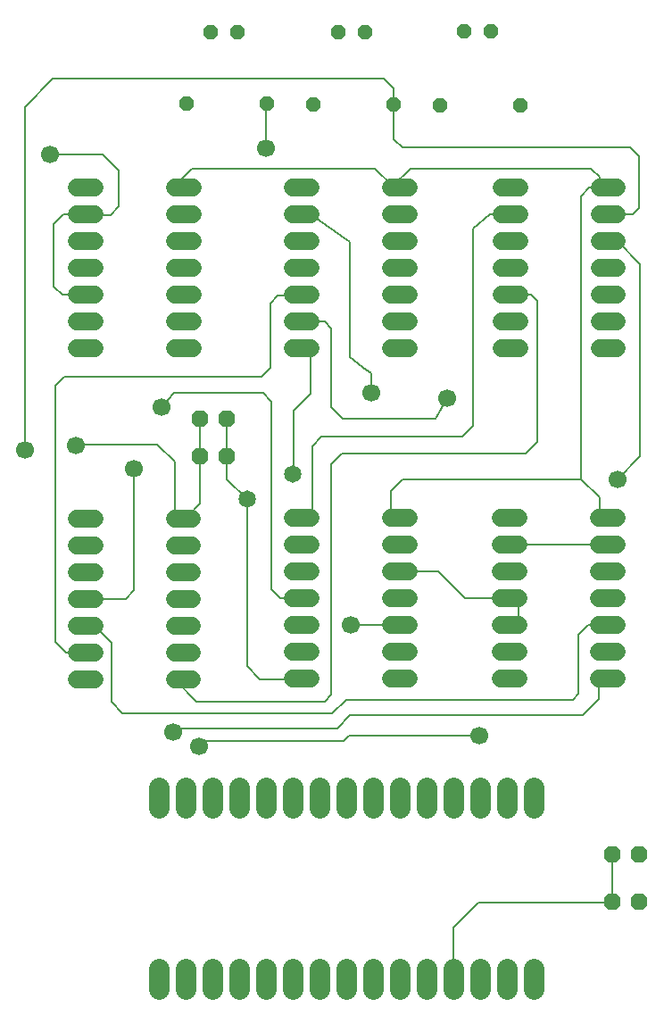
<source format=gtl>
G75*
%MOIN*%
%OFA0B0*%
%FSLAX25Y25*%
%IPPOS*%
%LPD*%
%AMOC8*
5,1,8,0,0,1.08239X$1,22.5*
%
%ADD10OC8,0.05200*%
%ADD11C,0.06600*%
%ADD12C,0.07677*%
%ADD13OC8,0.06300*%
%ADD14C,0.00600*%
%ADD15C,0.06693*%
%ADD16C,0.01600*%
%ADD17C,0.06500*%
D10*
X0083288Y0350185D03*
X0092460Y0377019D03*
X0102460Y0377019D03*
X0113288Y0350185D03*
X0130614Y0349861D03*
X0140059Y0377069D03*
X0150059Y0377069D03*
X0160614Y0349861D03*
X0177877Y0349668D03*
X0186967Y0377087D03*
X0196967Y0377087D03*
X0207877Y0349668D03*
D11*
X0207540Y0318807D02*
X0200940Y0318807D01*
X0200940Y0308807D02*
X0207540Y0308807D01*
X0207540Y0298807D02*
X0200940Y0298807D01*
X0200940Y0288807D02*
X0207540Y0288807D01*
X0207540Y0278807D02*
X0200940Y0278807D01*
X0200940Y0268807D02*
X0207540Y0268807D01*
X0207540Y0258807D02*
X0200940Y0258807D01*
X0166266Y0258807D02*
X0159666Y0258807D01*
X0159666Y0268807D02*
X0166266Y0268807D01*
X0166266Y0278807D02*
X0159666Y0278807D01*
X0159666Y0288807D02*
X0166266Y0288807D01*
X0166266Y0298807D02*
X0159666Y0298807D01*
X0159666Y0308807D02*
X0166266Y0308807D01*
X0166266Y0318807D02*
X0159666Y0318807D01*
X0129666Y0318807D02*
X0123066Y0318807D01*
X0123066Y0308807D02*
X0129666Y0308807D01*
X0129666Y0298807D02*
X0123066Y0298807D01*
X0123066Y0288807D02*
X0129666Y0288807D01*
X0129666Y0278807D02*
X0123066Y0278807D01*
X0123066Y0268807D02*
X0129666Y0268807D01*
X0129666Y0258807D02*
X0123066Y0258807D01*
X0085518Y0258807D02*
X0078918Y0258807D01*
X0078918Y0268807D02*
X0085518Y0268807D01*
X0085518Y0278807D02*
X0078918Y0278807D01*
X0078918Y0288807D02*
X0085518Y0288807D01*
X0085518Y0298807D02*
X0078918Y0298807D01*
X0078918Y0308807D02*
X0085518Y0308807D01*
X0085518Y0318807D02*
X0078918Y0318807D01*
X0048918Y0318807D02*
X0042318Y0318807D01*
X0042318Y0308807D02*
X0048918Y0308807D01*
X0048918Y0298807D02*
X0042318Y0298807D01*
X0042318Y0288807D02*
X0048918Y0288807D01*
X0048918Y0278807D02*
X0042318Y0278807D01*
X0042318Y0268807D02*
X0048918Y0268807D01*
X0048918Y0258807D02*
X0042318Y0258807D01*
X0042284Y0195333D02*
X0048884Y0195333D01*
X0048884Y0185333D02*
X0042284Y0185333D01*
X0042284Y0175333D02*
X0048884Y0175333D01*
X0048884Y0165333D02*
X0042284Y0165333D01*
X0042284Y0155333D02*
X0048884Y0155333D01*
X0048884Y0145333D02*
X0042284Y0145333D01*
X0042284Y0135333D02*
X0048884Y0135333D01*
X0078884Y0135333D02*
X0085484Y0135333D01*
X0085484Y0145333D02*
X0078884Y0145333D01*
X0078884Y0155333D02*
X0085484Y0155333D01*
X0085484Y0165333D02*
X0078884Y0165333D01*
X0078884Y0175333D02*
X0085484Y0175333D01*
X0085484Y0185333D02*
X0078884Y0185333D01*
X0078884Y0195333D02*
X0085484Y0195333D01*
X0123137Y0195657D02*
X0129737Y0195657D01*
X0129737Y0185657D02*
X0123137Y0185657D01*
X0123137Y0175657D02*
X0129737Y0175657D01*
X0129737Y0165657D02*
X0123137Y0165657D01*
X0123137Y0155657D02*
X0129737Y0155657D01*
X0129737Y0145657D02*
X0123137Y0145657D01*
X0123137Y0135657D02*
X0129737Y0135657D01*
X0159737Y0135657D02*
X0166337Y0135657D01*
X0166337Y0145657D02*
X0159737Y0145657D01*
X0159737Y0155657D02*
X0166337Y0155657D01*
X0166337Y0165657D02*
X0159737Y0165657D01*
X0159737Y0175657D02*
X0166337Y0175657D01*
X0166337Y0185657D02*
X0159737Y0185657D01*
X0159737Y0195657D02*
X0166337Y0195657D01*
X0200813Y0195710D02*
X0207413Y0195710D01*
X0207413Y0185710D02*
X0200813Y0185710D01*
X0200813Y0175710D02*
X0207413Y0175710D01*
X0207413Y0165710D02*
X0200813Y0165710D01*
X0200813Y0155710D02*
X0207413Y0155710D01*
X0207413Y0145710D02*
X0200813Y0145710D01*
X0200813Y0135710D02*
X0207413Y0135710D01*
X0237413Y0135710D02*
X0244013Y0135710D01*
X0244013Y0145710D02*
X0237413Y0145710D01*
X0237413Y0155710D02*
X0244013Y0155710D01*
X0244013Y0165710D02*
X0237413Y0165710D01*
X0237413Y0175710D02*
X0244013Y0175710D01*
X0244013Y0185710D02*
X0237413Y0185710D01*
X0237413Y0195710D02*
X0244013Y0195710D01*
X0244140Y0258807D02*
X0237540Y0258807D01*
X0237540Y0268807D02*
X0244140Y0268807D01*
X0244140Y0278807D02*
X0237540Y0278807D01*
X0237540Y0288807D02*
X0244140Y0288807D01*
X0244140Y0298807D02*
X0237540Y0298807D01*
X0237540Y0308807D02*
X0244140Y0308807D01*
X0244140Y0318807D02*
X0237540Y0318807D01*
D12*
X0073006Y0027209D02*
X0073006Y0019532D01*
X0083006Y0019532D02*
X0083006Y0027209D01*
X0093006Y0027209D02*
X0093006Y0019532D01*
X0103006Y0019532D02*
X0103006Y0027209D01*
X0113006Y0027209D02*
X0113006Y0019532D01*
X0123006Y0019532D02*
X0123006Y0027209D01*
X0133006Y0027209D02*
X0133006Y0019532D01*
X0143006Y0019532D02*
X0143006Y0027209D01*
X0153006Y0027209D02*
X0153006Y0019532D01*
X0163006Y0019532D02*
X0163006Y0027209D01*
X0173006Y0027209D02*
X0173006Y0019532D01*
X0183006Y0019532D02*
X0183006Y0027209D01*
X0193006Y0027209D02*
X0193006Y0019532D01*
X0203006Y0019532D02*
X0203006Y0027209D01*
X0213006Y0027209D02*
X0213006Y0019532D01*
X0213006Y0087209D02*
X0213006Y0094886D01*
X0203006Y0094886D02*
X0203006Y0087209D01*
X0193006Y0087209D02*
X0193006Y0094886D01*
X0183006Y0094886D02*
X0183006Y0087209D01*
X0173006Y0087209D02*
X0173006Y0094886D01*
X0163006Y0094886D02*
X0163006Y0087209D01*
X0153006Y0087209D02*
X0153006Y0094886D01*
X0143006Y0094886D02*
X0143006Y0087209D01*
X0133006Y0087209D02*
X0133006Y0094886D01*
X0123006Y0094886D02*
X0123006Y0087209D01*
X0113006Y0087209D02*
X0113006Y0094886D01*
X0103006Y0094886D02*
X0103006Y0087209D01*
X0093006Y0087209D02*
X0093006Y0094886D01*
X0083006Y0094886D02*
X0083006Y0087209D01*
X0073006Y0087209D02*
X0073006Y0094886D01*
D13*
X0088295Y0218493D03*
X0088225Y0232547D03*
X0098225Y0232547D03*
X0098295Y0218493D03*
X0242417Y0069962D03*
X0252417Y0069962D03*
X0252267Y0052194D03*
X0242267Y0052194D03*
D14*
X0242267Y0069812D01*
X0242417Y0069962D01*
X0242267Y0052194D02*
X0242022Y0051948D01*
X0192487Y0051948D01*
X0183006Y0042467D01*
X0183006Y0027209D01*
X0183106Y0027310D01*
X0141889Y0112162D02*
X0090027Y0112162D01*
X0088102Y0110237D01*
X0079710Y0116975D02*
X0078335Y0115600D01*
X0079710Y0116975D02*
X0139550Y0116975D01*
X0144501Y0121926D01*
X0231442Y0121926D01*
X0237413Y0127896D01*
X0237413Y0135710D01*
X0229654Y0129765D02*
X0227591Y0127701D01*
X0142850Y0127701D01*
X0137762Y0122613D01*
X0059487Y0122613D01*
X0055224Y0126876D01*
X0055224Y0148993D01*
X0048884Y0155333D01*
X0048884Y0145333D02*
X0038209Y0145333D01*
X0034427Y0149115D01*
X0034427Y0244972D01*
X0037838Y0248382D01*
X0111365Y0248382D01*
X0114707Y0251724D01*
X0114707Y0275691D01*
X0117477Y0278460D01*
X0129319Y0278460D01*
X0129666Y0278807D01*
X0129666Y0268807D02*
X0134996Y0268807D01*
X0137487Y0266316D01*
X0137487Y0236927D01*
X0141526Y0232729D01*
X0176366Y0232729D01*
X0180682Y0240188D01*
X0190383Y0229979D02*
X0186199Y0225827D01*
X0133690Y0225827D01*
X0130174Y0222366D01*
X0130180Y0196101D01*
X0129737Y0195657D01*
X0123418Y0212445D02*
X0123418Y0235623D01*
X0129666Y0241871D01*
X0129666Y0258807D01*
X0112126Y0242163D02*
X0114883Y0238849D01*
X0114883Y0169077D01*
X0118302Y0165657D01*
X0129737Y0165657D01*
X0144596Y0155570D02*
X0159649Y0155570D01*
X0159737Y0155657D01*
X0159737Y0175657D02*
X0177312Y0175657D01*
X0187350Y0165619D01*
X0207247Y0165619D01*
X0207413Y0165453D01*
X0207413Y0165710D01*
X0207413Y0165453D02*
X0207413Y0155710D01*
X0207413Y0185710D02*
X0237413Y0185710D01*
X0237413Y0195710D02*
X0237617Y0195915D01*
X0237617Y0203206D01*
X0230812Y0210012D01*
X0230775Y0209974D01*
X0163991Y0209974D01*
X0159737Y0205720D01*
X0159737Y0195657D01*
X0137382Y0215715D02*
X0141406Y0219715D01*
X0210153Y0219715D01*
X0214397Y0223779D01*
X0214397Y0276432D01*
X0212021Y0278807D01*
X0207540Y0278807D01*
X0190327Y0303683D02*
X0190383Y0229979D01*
X0152433Y0242163D02*
X0152433Y0249449D01*
X0149318Y0251720D01*
X0149144Y0251848D01*
X0144205Y0255452D01*
X0144205Y0298510D01*
X0129666Y0308807D01*
X0113138Y0333423D02*
X0113138Y0350035D01*
X0113288Y0350185D01*
X0085351Y0325997D02*
X0153721Y0325997D01*
X0160289Y0319430D01*
X0159666Y0318807D01*
X0160289Y0319430D02*
X0166890Y0326032D01*
X0234405Y0326032D01*
X0237540Y0322897D01*
X0237540Y0318807D01*
X0233759Y0318807D01*
X0230606Y0315654D01*
X0230606Y0210218D01*
X0230812Y0210012D01*
X0244180Y0209959D02*
X0252699Y0218478D01*
X0252699Y0290396D01*
X0244288Y0298807D01*
X0237540Y0298807D01*
X0237540Y0308807D02*
X0249839Y0308807D01*
X0252397Y0311365D01*
X0252391Y0330574D01*
X0248883Y0334033D01*
X0164078Y0334033D01*
X0160698Y0337032D01*
X0160602Y0349849D01*
X0160614Y0349861D01*
X0160614Y0356040D01*
X0157050Y0359604D01*
X0033454Y0359604D01*
X0022895Y0349045D01*
X0022895Y0230823D01*
X0022927Y0220830D01*
X0041960Y0222696D02*
X0042247Y0222983D01*
X0072427Y0222983D01*
X0078884Y0216526D01*
X0078884Y0195333D01*
X0082897Y0195333D01*
X0088358Y0200795D01*
X0088358Y0218430D01*
X0088295Y0218493D01*
X0088295Y0232477D01*
X0088225Y0232547D01*
X0078751Y0242290D02*
X0073965Y0236914D01*
X0078751Y0242290D02*
X0112126Y0242163D01*
X0098225Y0232547D02*
X0098225Y0218563D01*
X0098295Y0218493D01*
X0098295Y0210006D01*
X0105874Y0202427D01*
X0105874Y0140111D01*
X0110583Y0135402D01*
X0129481Y0135402D01*
X0129737Y0135657D01*
X0137329Y0129453D02*
X0134952Y0127076D01*
X0087141Y0127076D01*
X0078884Y0135333D01*
X0060550Y0165333D02*
X0063834Y0168617D01*
X0063834Y0213888D01*
X0063754Y0213968D01*
X0060550Y0165333D02*
X0048884Y0165333D01*
X0048918Y0278807D02*
X0036944Y0278807D01*
X0033757Y0281994D01*
X0033757Y0305226D01*
X0037417Y0308886D01*
X0048403Y0308886D01*
X0048603Y0308686D01*
X0054840Y0308686D01*
X0057975Y0311822D01*
X0057975Y0325193D01*
X0051868Y0331301D01*
X0032230Y0331301D01*
X0048403Y0308886D02*
X0048839Y0308886D01*
X0048918Y0308807D01*
X0078918Y0318807D02*
X0078918Y0319565D01*
X0085351Y0325997D01*
X0137382Y0215715D02*
X0137329Y0129453D01*
X0143952Y0114225D02*
X0141889Y0112162D01*
X0143952Y0114225D02*
X0192512Y0114225D01*
X0229654Y0129765D02*
X0229654Y0152041D01*
X0233323Y0155710D01*
X0237413Y0155710D01*
X0190327Y0303683D02*
X0196620Y0308807D01*
X0207540Y0308807D01*
D15*
X0180682Y0240188D03*
X0152433Y0242163D03*
X0144596Y0155570D03*
X0192512Y0114225D03*
X0244180Y0209959D03*
X0113138Y0333423D03*
X0073965Y0236914D03*
X0063754Y0213968D03*
X0041960Y0222696D03*
X0022927Y0220830D03*
X0078335Y0115600D03*
X0088102Y0110237D03*
X0032230Y0331301D03*
D16*
X0123418Y0212445D02*
X0123057Y0212084D01*
D17*
X0123057Y0212084D03*
X0105874Y0202427D03*
M02*

</source>
